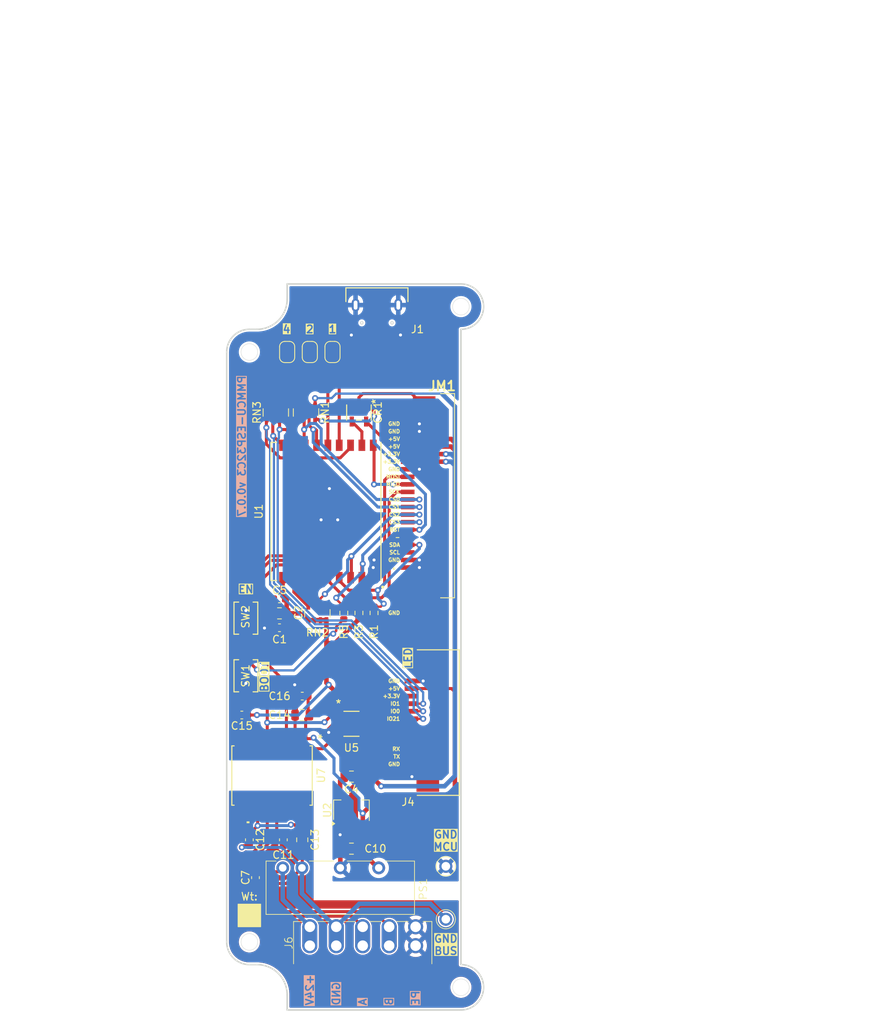
<source format=kicad_pcb>
(kicad_pcb (version 20241229) (generator "pcbnew") (generator_version "9.0")
  (title_block (title "${article} v${version}"))
  (layers (0 "F.Cu" signal) (2 "B.Cu" signal) (13 "F.Paste" user) (15 "B.Paste" user) (5 "F.SilkS" user "F.Silkscreen") (7 "B.SilkS" user "B.Silkscreen") (1 "F.Mask" user) (3 "B.Mask" user) (25 "Edge.Cuts" user))
  (property "article" "PMMCU-ESP32C3")
  (property "version" "0.0.7")
  (net 0 "")
  (net 1 "/EN")
  (net 3 "/USB_D+")
  (net 4 "/USB_D-")
  (net 5 "GND_MCU")
  (net 6 "+3.3V_MCU")
  (net 7 "/MOSI_SDA_MCU")
  (net 8 "/CS3_MCU")
  (net 9 "/MISO_MCU")
  (net 10 "/CS0_MCU")
  (net 11 "/CS2_MCU")
  (net 12 "/SCK_SCL_MCU")
  (net 13 "/CS1_MCU")
  (net 14 "GND_BUS")
  (net 15 "+24V_BUS")
  (net 16 "PE")
  (net 17 "Net-(R5-Pad1)")
  (net 19 "+5V_MCU")
  (net 20 "Net-(J4-Pin_3)")
  (net 21 "Net-(J4-Pin_2)")
  (net 28 "/LED1")
  (net 29 "/LED2")
  (net 30 "/LED0")
  (net 33 "/RST")
  (net 34 "+5V_BUS")
  (net 36 "/CANH_BUS")
  (net 37 "/CANL_BUS")
  (net 38 "/CAN_RX")
  (net 39 "/CAN_TX")
  (net 43 "/WDT")
  (net 44 "Net-(JP1-A)")
  (net 45 "Net-(JP2-A)")
  (net 46 "Net-(JP3-A)")
  (footprint "Capacitor_SMD:C_0603_1608Metric" (layer "F.Cu") (at 56 106.5 180)
    (property "Reference" "C16")
    (property "Value" "100nF")
  )
  (footprint "kicad_inventree_lib:SW_TS-1088_XNP-M" (layer "F.Cu") (at 48.54 96.19 -90)
    (property "Reference" "SW2")
    (property "Value" "Button")
  )
  (footprint "kicad_inventree_lib:ESP32-C3-WROOM-02U_EXP" (layer "F.Cu") (at 59.14 82.08 90)
    (property "Reference" "U1")
    (property "Value" "ESP32-C3-WROOM-02U-N4")
  )
  (footprint "Capacitor_SMD:C_0603_1608Metric" (layer "F.Cu") (at 52.985 97.46 180)
    (property "Reference" "C1")
    (property "Value" "1uF")
  )
  (footprint "Package_TO_SOT_SMD:SOT-89-3" (layer "F.Cu") (at 62.51 121.59 90)
    (property "Reference" "U2")
    (property "Value" "CJA1117B-3.3")
  )
  (footprint "kicad_inventree_lib:AFA07S20FCA00" (layer "F.Cu") (at 73.5 80 90)
    (property "Reference" "JM1")
    (property "Value" "AFA07-S20FCC-00" (hide yes))
  )
  (footprint "Capacitor_SMD:C_0805_2012Metric" (layer "F.Cu") (at 56 125.5 -90)
    (property "Reference" "C13")
    (property "Value" "10uF")
  )
  (footprint "kicad_inventree_lib:CONN5_H83-S1S_XKB" (layer "F.Cu") (at 67.18 57.6518 180)
    (property "Reference" "J1")
    (property "Value" "U254-051T-4BH83-S1S")
    (fp_circle (center 3.299972 0.504008) (end 3.469972 0.504008) (stroke (width 0.1)) (fill no) (layer "Edge.Cuts"))
    (fp_circle (center -0.700028 0.504008) (end -0.530028 0.504008) (stroke (width 0.1)) (fill no) (layer "Edge.Cuts"))
  )
  (footprint "Capacitor_SMD:C_0603_1608Metric" (layer "F.Cu") (at 52.985 93.65 180)
    (property "Reference" "C5")
    (property "Value" "1uF")
  )
  (footprint "Resistor_SMD:R_Array_Convex_4x0603" (layer "F.Cu") (at 58 95.555 90)
    (property "Reference" "RN2")
    (property "Value" "10k")
  )
  (footprint "Capacitor_SMD:C_0805_2012Metric" (layer "F.Cu") (at 62.51 126.67 180)
    (property "Reference" "C10")
    (property "Value" "10uF")
  )
  (footprint "kicad_inventree_lib:CONN10_AFA07-S12_JUS" (layer "F.Cu") (at 74 110 90)
    (property "Reference" "J4")
    (property "Value" "AFA07-S12FCC-00")
  )
  (footprint "kicad_inventree_lib:MountingHole_M2" (layer "F.Cu") (at 49 139)
    (property "Reference" "H2" (hide yes))
    (property "Value" "MountingHole_M2")
    (fp_circle (center 0 0) (end 1.1 0) (stroke (width 0.05)) (fill no) (layer "Edge.Cuts"))
  )
  (footprint "Capacitor_SMD:C_0805_2012Metric" (layer "F.Cu") (at 56 109 180)
    (property "Reference" "C14")
    (property "Value" "10uF")
  )
  (footprint "Capacitor_SMD:C_0603_1608Metric" (layer "F.Cu") (at 49 125.5 -90)
    (property "Reference" "C12")
    (property "Value" "1uF")
  )
  (footprint "kicad_inventree_lib:15EDGRHC-THR-3.5-10P" (layer "F.Cu") (at 64 137)
    (property "Reference" "J6")
    (property "Value" "15EDGRHC-THR-3.5-10P")
  )
  (footprint "kicad_inventree_lib:SolderJumper-2_P1.3mm_Open_RoundedPad1.0x1.5mm" (layer "F.Cu") (at 54 61 90)
    (property "Reference" "JP1" (hide yes))
    (property "Value" "SolderJumper_2_Open")
  )
  (footprint "Resistor_SMD:R_0603_1608Metric" (layer "F.Cu") (at 63.5 95.5 90)
    (property "Reference" "R3")
    (property "Value" "3k3")
  )
  (footprint "kicad_inventree_lib:SolderJumper-2_P1.3mm_Open_RoundedPad1.0x1.5mm" (layer "F.Cu") (at 57 61 90)
    (property "Reference" "JP2" (hide yes))
    (property "Value" "SolderJumper_2_Open")
  )
  (footprint "kicad_inventree_lib:DBV6-M" (layer "F.Cu") (at 62.51 110.16)
    (property "Reference" "U5")
    (property "Value" "SN74LVC2G14DBVR")
  )
  (footprint "kicad_inventree_lib:SOIC16-WBW_CLG-M" (layer "F.Cu") (at 52 117 -90)
    (property "Reference" "U7")
    (property "Value" "CA-IS3062VW")
  )
  (footprint "Capacitor_SMD:C_0603_1608Metric" (layer "F.Cu") (at 53.5 125.5 -90)
    (property "Reference" "C11")
    (property "Value" "100nF")
  )
  (footprint "kicad_inventree_lib:MountingHole_M2" (layer "F.Cu") (at 77 145)
    (property "Reference" "H4" (hide yes))
    (property "Value" "MountingHole_M2")
    (fp_circle (center 0 0) (end 1.1 0) (stroke (width 0.05)) (fill no) (layer "Edge.Cuts"))
  )
  (footprint "Capacitor_SMD:C_0603_1608Metric" (layer "F.Cu") (at 48 109 180)
    (property "Reference" "C15")
    (property "Value" "1uF")
  )
  (footprint "kicad_inventree_lib:5117" (layer "F.Cu") (at 75 136)
    (property "Reference" "U4" (hide yes))
    (property "Value" "5117" (hide yes))
  )
  (footprint "Resistor_SMD:R_0603_1608Metric" (layer "F.Cu") (at 65.5 95.5 90)
    (property "Reference" "R1")
    (property "Value" "3k3")
  )
  (footprint "Capacitor_SMD:C_0805_2012Metric" (layer "F.Cu") (at 62.51 117.145 180)
    (property "Reference" "C4")
    (property "Value" "22uF")
  )
  (footprint "Capacitor_SMD:C_0805_2012Metric" (layer "F.Cu") (at 52.985 95.555 180)
    (property "Reference" "C2")
    (property "Value" "10uF")
  )
  (footprint "kicad_inventree_lib:SW_TS-1088_XNP-M" (layer "F.Cu") (at 48.54 103.81 90)
    (property "Reference" "SW1")
    (property "Value" "Button")
  )
  (footprint "kicad_inventree_lib:B2405LS-1WR3" (layer "F.Cu") (at 61.0368 129.21)
    (property "Reference" "PS1")
    (property "Value" "24V/5V")
  )
  (footprint "Resistor_SMD:R_0603_1608Metric" (layer "F.Cu") (at 61.5 95.5 90)
    (property "Reference" "R5")
    (property "Value" "330R")
  )
  (footprint "Resistor_SMD:R_Array_Convex_4x0603" (layer "F.Cu") (at 52.5 69 -90)
    (property "Reference" "RN3")
    (property "Value" "10k")
  )
  (footprint "kicad_inventree_lib:SOT23-5L_STM" (layer "F.Cu") (at 63.5 69 -90)
    (property "Reference" "CR1")
    (property "Value" "STWD100NYWY3F")
  )
  (footprint "kicad_inventree_lib:MountingHole_M2" (layer "F.Cu") (at 77 55)
    (property "Reference" "H3" (hide yes))
    (property "Value" "MountingHole_M2")
    (fp_circle (center 0 0) (end 1.1 0) (stroke (width 0.05)) (fill no) (layer "Edge.Cuts"))
  )
  (footprint "Resistor_SMD:R_Array_Convex_4x0603" (layer "F.Cu") (at 56.5 69 -90)
    (property "Reference" "RN1")
    (property "Value" "10k")
  )
  (footprint "kicad_inventree_lib:MountingHole_M2" (layer "F.Cu") (at 49 61)
    (property "Reference" "H1" (hide yes))
    (property "Value" "MountingHole_M2")
    (fp_circle (center 0 0) (end 1.1 0) (stroke (width 0.05)) (fill no) (layer "Edge.Cuts"))
  )
  (footprint "Capacitor_SMD:C_0603_1608Metric" (layer "F.Cu") (at 49.81 130.5 -90)
    (property "Reference" "C7")
    (property "Value" "1uF")
  )
  (footprint "kicad_inventree_lib:SolderJumper-2_P1.3mm_Open_RoundedPad1.0x1.5mm" (layer "F.Cu") (at 60 61 90)
    (property "Reference" "JP3" (hide yes))
    (property "Value" "SolderJumper_2_Open")
  )
  (footprint "kicad_inventree_lib:5117" (layer "F.Cu") (at 75 129)
    (property "Reference" "U3" (hide yes))
    (property "Value" "5117" (hide yes))
  )
  (gr_rect (start 47.5 134) (end 50.5 137) (stroke (width 0.1)) (fill yes) (layer "F.SilkS"))
  (gr_arc (start 49 142) (mid 46.87868 141.12132) (end 46 139) (stroke (width 0.2)) (layer "Edge.Cuts"))
  (gr_arc (start 54 54) (mid 52.828427 56.828427) (end 50 58) (stroke (width 0.2)) (layer "Edge.Cuts"))
  (gr_line (start 54 148) (end 54 146) (stroke (width 0.2)) (layer "Edge.Cuts"))
  (gr_line (start 50 58) (end 49 58) (stroke (width 0.2)) (layer "Edge.Cuts"))
  (gr_line (start 50 142) (end 49 142) (stroke (width 0.2)) (layer "Edge.Cuts"))
  (gr_arc (start 46 61) (mid 46.87868 58.87868) (end 49 58) (stroke (width 0.2)) (layer "Edge.Cuts"))
  (gr_arc (start 50 142) (mid 52.828427 143.171573) (end 54 146) (stroke (width 0.2)) (layer "Edge.Cuts"))
  (gr_line (start 54 52) (end 54 54) (stroke (width 0.2)) (layer "Edge.Cuts"))
  (gr_line (start 77 142) (end 77 58) (stroke (width 0.2)) (layer "Edge.Cuts"))
  (gr_arc (start 77 142) (mid 80 145) (end 77 148) (stroke (width 0.2)) (layer "Edge.Cuts"))
  (gr_line (start 46 61) (end 46 139) (stroke (width 0.2)) (layer "Edge.Cuts"))
  (gr_line (start 77 52) (end 54 52) (stroke (width 0.2)) (layer "Edge.Cuts"))
  (gr_line (start 77 148) (end 54 148) (stroke (width 0.2)) (layer "Edge.Cuts"))
  (gr_arc (start 77 52) (mid 80 55) (end 77 58) (stroke (width 0.2)) (layer "Edge.Cuts"))
  (gr_text "CS3" (at 69 83.5 0) (layer "F.SilkS") (effects (font (size 0.5 0.5) (thickness 0.125) (bold yes)) (justify right)))
  (gr_text "SCK" (at 69 79.5 0) (layer "F.SilkS") (effects (font (size 0.5 0.5) (thickness 0.125) (bold yes)) (justify right)))
  (gr_text "GND" (at 69 104.5 0) (layer "F.SilkS") (effects (font (size 0.5 0.5) (thickness 0.125) (bold yes)) (justify right)))
  (gr_text "+5V" (at 69 73.5 0) (layer "F.SilkS") (effects (font (size 0.5 0.5) (thickness 0.125) (bold yes)) (justify right)))
  (gr_text "Wt:" (at 49 133 0) (layer "F.SilkS") (effects (font (size 1 1))))
  (gr_text "IO0" (at 69 108.5 0) (layer "F.SilkS") (effects (font (size 0.5 0.5) (thickness 0.125) (bold yes)) (justify right)))
  (gr_text "+3.3V" (at 69 106.5 0) (layer "F.SilkS") (effects (font (size 0.5 0.5) (thickness 0.125) (bold yes)) (justify right)))
  (gr_text "LED" (at 70 100 90) (layer "F.SilkS" knockout) (effects (font (size 1 1) (thickness 0.2) (bold yes)) (justify right)))
  (gr_text "EN" (at 48.54 92.38 0) (layer "F.SilkS" knockout) (effects (font (size 1 1) (thickness 0.2) (bold yes))))
  (gr_text "TX" (at 69 114.5 0) (layer "F.SilkS") (effects (font (size 0.5 0.5) (thickness 0.125) (bold yes)) (justify right)))
  (gr_text "+3.3V" (at 69 75.5 0) (layer "F.SilkS") (effects (font (size 0.5 0.5) (thickness 0.125) (bold yes)) (justify right)))
  (gr_text "BOOT" (at 51 104 90) (layer "F.SilkS" knockout) (effects (font (size 1 1) (thickness 0.2) (bold yes))))
  (gr_text "GND" (at 69 71.5 0) (layer "F.SilkS") (effects (font (size 0.5 0.5) (thickness 0.125) (bold yes)) (justify right)))
  (gr_text "CS2" (at 69 82.5 0) (layer "F.SilkS") (effects (font (size 0.5 0.5) (thickness 0.125) (bold yes)) (justify right)))
  (gr_text "RST" (at 69 84.5 0) (layer "F.SilkS") (effects (font (size 0.5 0.5) (thickness 0.125) (bold yes)) (justify right)))
  (gr_text "GND\nMCU" (at 75 127 0) (layer "F.SilkS" knockout) (effects (font (size 1 1) (thickness 0.2)) (justify bottom)))
  (gr_text "IO21" (at 69 109.5 0) (layer "F.SilkS") (effects (font (size 0.5 0.5) (thickness 0.125) (bold yes)) (justify right)))
  (gr_text "4" (at 53.92 58 0) (layer "F.SilkS" knockout) (effects (font (size 1 1) (thickness 0.2) (bold yes))))
  (gr_text "GND" (at 69 95.5 0) (layer "F.SilkS") (effects (font (size 0.5 0.5) (thickness 0.125) (bold yes)) (justify right)))
  (gr_text "SDA" (at 69 86.5 0) (layer "F.SilkS") (effects (font (size 0.5 0.5) (thickness 0.125) (bold yes)) (justify right)))
  (gr_text "+3.3V" (at 69 74.5 0) (layer "F.SilkS") (effects (font (size 0.5 0.5) (thickness 0.125) (bold yes)) (justify right)))
  (gr_text "GND" (at 69 70.5 0) (layer "F.SilkS") (effects (font (size 0.5 0.5) (thickness 0.125) (bold yes)) (justify right)))
  (gr_text "2" (at 57 58 0) (layer "F.SilkS" knockout) (effects (font (size 1 1) (thickness 0.2) (bold yes))))
  (gr_text "MISO" (at 69 78.5 0) (layer "F.SilkS") (effects (font (size 0.5 0.5) (thickness 0.125) (bold yes)) (justify right)))
  (gr_text "GND\nBUS" (at 75 138 0) (layer "F.SilkS" knockout) (effects (font (size 1 1) (thickness 0.2)) (justify top)))
  (gr_text "MOSI" (at 69 77.5 0) (layer "F.SilkS") (effects (font (size 0.5 0.5) (thickness 0.125) (bold yes)) (justify right)))
  (gr_text "IO1" (at 69 107.5 0) (layer "F.SilkS") (effects (font (size 0.5 0.5) (thickness 0.125) (bold yes)) (justify right)))
  (gr_text "SCL" (at 69 87.5 0) (layer "F.SilkS") (effects (font (size 0.5 0.5) (thickness 0.125) (bold yes)) (justify right)))
  (gr_text "GND" (at 69 88.5 0) (layer "F.SilkS") (effects (font (size 0.5 0.5) (thickness 0.125) (bold yes)) (justify right)))
  (gr_text "+5V" (at 69 105.5 0) (layer "F.SilkS") (effects (font (size 0.5 0.5) (thickness 0.125) (bold yes)) (justify right)))
  (gr_text "CS0" (at 69 80.5 0) (layer "F.SilkS") (effects (font (size 0.5 0.5) (thickness 0.125) (bold yes)) (justify right)))
  (gr_text "GND" (at 69 115.5 0) (layer "F.SilkS") (effects (font (size 0.5 0.5) (thickness 0.125) (bold yes)) (justify right)))
  (gr_text "CS1" (at 69 81.5 0) (layer "F.SilkS") (effects (font (size 0.5 0.5) (thickness 0.125) (bold yes)) (justify right)))
  (gr_text "+5V" (at 69 72.5 0) (layer "F.SilkS") (effects (font (size 0.5 0.5) (thickness 0.125) (bold yes)) (justify right)))
  (gr_text "GND" (at 69 76.5 0) (layer "F.SilkS") (effects (font (size 0.5 0.5) (thickness 0.125) (bold yes)) (justify right)))
  (gr_text "RX" (at 69 113.5 0) (layer "F.SilkS") (effects (font (size 0.5 0.5) (thickness 0.125) (bold yes)) (justify right)))
  (gr_text "-" (at 69 85.5 0) (layer "F.SilkS") (effects (font (size 0.5 0.5) (thickness 0.125) (bold yes)) (justify right)))
  (gr_text "1" (at 60 58 0) (layer "F.SilkS" knockout) (effects (font (size 1 1) (thickness 0.2) (bold yes))))
  (gr_text "B" (at 67.5 147.5 90) (layer "B.SilkS" knockout) (effects (font (size 1 1) (thickness 0.2) (bold yes)) (justify right mirror)))
  (gr_text "PE" (at 71 147.5 90) (layer "B.SilkS" knockout) (effects (font (size 1 1) (thickness 0.2) (bold yes)) (justify right mirror)))
  (gr_text "${article} v${version}" (at 48 64 90) (layer "B.SilkS" knockout) (effects (font (size 1 1) (thickness 0.2) (bold yes)) (justify left mirror)))
  (gr_text "GND" (at 60.5 147.5 90) (layer "B.SilkS" knockout) (effects (font (size 1 1) (thickness 0.2) (bold yes)) (justify right mirror)))
  (gr_text "+24V" (at 57 147.5 90) (layer "B.SilkS" knockout) (effects (font (size 1 1) (thickness 0.2) (bold yes)) (justify right mirror)))
  (gr_text "A" (at 64 147.5 90) (layer "B.SilkS" knockout) (effects (font (size 1 1) (thickness 0.2) (bold yes)) (justify right mirror)))
  (segment (start 50 91.75) (end 50 97.016) (width 0.4) (layer "F.Cu") (net 1))
  (segment (start 50 97.016) (end 48.54 98.476) (width 0.4) (layer "F.Cu") (net 1))
  (segment (start 54.890001 91.1348) (end 54.890001 90.83) (width 0.2) (layer "F.Cu") (net 1))
  (segment (start 54.152 89.152) (end 52.598 89.152) (width 0.4) (layer "F.Cu") (net 1))
  (segment (start 54.890001 92.745001) (end 54.890001 90.83) (width 0.4) (layer "F.Cu") (net 1))
  (segment (start 52.598 89.152) (end 50 91.75) (width 0.4) (layer "F.Cu") (net 1))
  (segment (start 54.890001 90.83) (end 54.890001 89.890001) (width 0.4) (layer "F.Cu") (net 1))
  (segment (start 54.890001 89.890001) (end 54.152 89.152) (width 0.4) (layer "F.Cu") (net 1))
  (segment (start 53.76 97.46) (end 52.744 98.476) (width 0.4) (layer "F.Cu") (net 1))
  (segment (start 56.8 94.655) (end 54.890001 92.745001) (width 0.4) (layer "F.Cu") (net 1))
  (segment (start 52.744 98.476) (end 48.54 98.476) (width 0.4) (layer "F.Cu") (net 1))
  (segment (start 59.39 73.33) (end 59.39 65.39315) (width 0.4) (layer "F.Cu") (net 3))
  (segment (start 65.880028 58.903122) (end 65.880028 57.672908) (width 0.4) (layer "F.Cu") (net 3))
  (segment (start 59.39 65.39315) (end 65.880028 58.903122) (width 0.4) (layer "F.Cu") (net 3))
  (segment (start 66.530014 57.672908) (end 66.530014 59.469986) (width 0.4) (layer "F.Cu") (net 4))
  (segment (start 60.89 65.11) (end 60.89 73.33) (width 0.4) (layer "F.Cu") (net 4))
  (segment (start 66.530014 59.469986) (end 60.89 65.11) (width 0.4) (layer "F.Cu") (net 4))
  (segment (start 59.59 81.12) (end 59.59 80.02) (width 0.4) (layer "F.Cu") (net 5))
  (segment (start 61.01 124.83) (end 61.01 123.54) (width 0.6) (layer "F.Cu") (net 5))
  (segment (start 48.54 106.096) (end 48.54 107.685) (width 0.4) (layer "F.Cu") (net 5))
  (segment (start 52.21 97.46) (end 51.04 97.46) (width 0.2) (layer "F.Cu") (net 5))
  (segment (start 60.13 110.16) (end 61.04315 110.16) (width 0.4) (layer "F.Cu") (net 5))
  (segment (start 65.5 89.39) (end 65.39 89.5) (width 0.4) (layer "F.Cu") (net 5))
  (segment (start 64.580056 57.472908) (end 64.580056 57.672908) (width 0.4) (layer "F.Cu") (net 5))
  (segment (start 59.5 111.3) (end 59.5 110.79) (width 0.4) (layer "F.Cu") (net 5))
  (segment (start 70.5119 117.152) (end 70.5119 115.567892) (width 0.6) (layer "F.Cu") (net 5))
  (segment (start 55.05 109) (end 55.05 111.9982) (width 0.4) (layer "F.Cu") (net 5))
  (segment (start 61.01 117.695) (end 61.01 123.54) (width 0.6) (layer "F.Cu") (net 5))
  (segment (start 59.5 110.79) (end 60.13 110.16) (width 0.4) (layer "F.Cu") (net 5))
  (segment (start 61.56 128.6868) (end 61.0368 129.21) (width 0.2) (layer "F.Cu") (net 5))
  (segment (start 55 105) (end 55 105.775) (width 0.4) (layer "F.Cu") (net 5))
  (segment (start 61.0368 127.1932) (end 61.56 126.67) (width 0.6) (layer "F.Cu") (net 5))
  (segment (start 65.39 89.5) (end 65.39 90.83) (width 0.4) (layer "F.Cu") (net 5))
  (segment (start 72 104.5) (end 72 102.763998) (width 0.6) (layer "F.Cu") (net 5))
  (segment (start 60.69 83.1897) (end 60.69 82.22) (width 0.4) (layer "F.Cu") (net 5))
  (segment (start 72 104.5) (end 71.999992 104.500008) (width 0.6) (layer "F.Cu") (net 5))
  (segment (start 58.49 83.1898) (end 58.49 82.22) (width 0.4) (layer "F.Cu") (net 5))
  (segment (start 48.54 95.1876) (end 48.54 93.904) (width 0.2) (layer "F.Cu") (net 5))
  (segment (start 51.04 97.46) (end 51 97.5) (width 0.2) (layer "F.Cu") (net 5))
  (segment (start 64.35311 57.899854) (end 62.780031 57.899854) (width 0.4) (layer "F.Cu") (net 5))
  (segment (start 63.5 67.8062) (end 63.5 67.014401) (width 0.4) (layer "F.Cu") (net 5))
  (segment (start 71.999992 104.500008) (end 70.444 104.500008) (width 0.6) (layer "F.Cu") (net 5))
  (segment (start 69 58.75) (end 69 57.279846) (width 0.6) (layer "F.Cu") (net 5))
  (segment (start 70.475 66.5) (end 72.125 68.15) (width 0.4) (layer "F.Cu") (net 5))
  (segment (start 58.49 82.22) (end 58.49 81.12) (width 0.4) (layer "F.Cu") (net 5))
  (segment (start 61.735 117.285) (end 61.735 117.145) (width 0.2) (layer "F.Cu") (net 5))
  (segment (start 69.954 71.5) (end 71.5 71.5) (width 0.6) (layer "F.Cu") (net 5))
  (segment (start 71.5 68.775) (end 72.125 68.15) (width 0.6) (layer "F.Cu") (net 5))
  (segment (start 60.69 81.12) (end 60.69 80.02) (width 0.4) (layer "F.Cu") (net 5))
  (segment (start 70.5119 115.567892) (end 70.444 115.499992) (width 0.6) (layer "F.Cu") (net 5))
  (segment (start 55.225 107) (end 55.225 108.825) (width 0.4) (layer "F.Cu") (net 5))
  (segment (start 52.21 93.65) (end 52.21 95.38) (width 0.3) (layer "F.Cu") (net 5))
  (segment (start 71.5 89.5) (end 71.5 91.225) (width 0.6) (layer "F.Cu") (net 5))
  (segment (start 55.225 108.825) (end 55.05 109) (width 0.4) (layer "F.Cu") (net 5))
  (segment (start 55 105.775) (end 55.225 106) (width 0.4) (layer "F.Cu") (net 5))
  (segment (start 57 60.35) (end 54 60.35) (width 0.4) (layer "F.Cu") (net 5))
  (segment (start 71.5 70.5) (end 71.5 68.775) (width 0.6) (layer "F.Cu") (net 5))
  (segment (start 69.954 70.5) (end 71.5 70.5) (width 0.6) (layer "F.Cu") (net 5))
  (segment (start 65.5 88.5) (end 65.5 89.39) (width 0.4) (layer "F.Cu") (net 5))
  (segment (start 61.56 117.145) (end 61.01 117.695) (width 0.6) (layer "F.Cu") (net 5))
  (segment (start 55.05 111.9982) (end 55.175 112.1232) (width 0.4) (layer "F.Cu") (net 5))
  (segment (start 48.54 104.812) (end 48.54 106.096) (width 0.4) (layer "F.Cu") (net 5))
  (segment (start 68.705029 56.595717) (end 68.705029 54.797792) (width 0.4) (layer "F.Cu") (net 5))
  (segment (start 52.035 95.555) (end 52.035 97.285) (width 0.3) (layer "F.Cu") (net 5))
  (segment (start 62.5 58.7579) (end 62.780031 58.477869) (width 0.6) (layer "F.Cu") (net 5))
  (segment (start 47.225 111.7932) (end 47.555 112.1232) (width 0.4) (layer "F.Cu") (net 5))
  (segment (start 60 60.35) (end 57 60.35) (width 0.4) (layer "F.Cu") (net 5))
  (segment (start 61.0368 129.21) (end 61.0368 127.1932) (width 0.6) (layer "F.Cu") (net 5))
  (segment (start 69.954 88.5) (end 71.5 88.5) (width 0.6) (layer "F.Cu") (net 5))
  (segment (start 61.5921 58.7579) (end 60 60.35) (width 0.4) (layer "F.Cu") (net 5))
  (segment (start 64.580056 57.672908) (end 64.35311 57.899854) (width 0.4) (layer "F.Cu") (net 5))
  (segment (start 59.59 80.02) (end 59.59 79.0624) (width 0.4) (layer "F.Cu") (net 5))
  (segment (start 62.5 58.7579) (end 61.5921 58.7579) (width 0.4) (layer "F.Cu") (net 5))
  (segment (start 63.055027 56.59769) (end 62.552967 57.09975) (width 0.4) (layer "F.Cu") (net 5))
  (segment (start 61.56 126.67) (end 61.56 125.38) (width 0.6) (layer "F.Cu") (net 5))
  (segment (start 70.5119 117.152) (end 71.915998 117.152) (width 0.6) (layer "F.Cu") (net 5))
  (segment (start 69.194579 57.085267) (end 68.705029 56.595717) (width 0.4) (layer "F.Cu") (net 5))
  (segment (start 69.954 76.5) (end 71.5 76.5) (width 0.6) (layer "F.Cu") (net 5))
  (segment (start 59.59 82.22) (end 59.59 81.12) (width 0.4) (layer "F.Cu") (net 5))
  (segment (start 69 57.279846) (end 69.194579 57.085267) (width 0.6) (layer "F.Cu") (net 5))
  (segment (start 47.225 109) (end 47.225 111.7932) (width 0.4) (layer "F.Cu") (net 5))
  (segment (start 71.5 91.225) (end 72.125 91.85) (width 0.6) (layer "F.Cu") (net 5))
  (segment (start 52.035 97.285) (end 52.21 97.46) (width 0.3) (layer "F.Cu") (net 5))
  (segment (start 52.21 95.38) (end 52.035 95.555) (width 0.3) (layer "F.Cu") (net 5))
  (segment (start 62.780031 58.477869) (end 62.780031 57.885379) (width 0.6) (layer "F.Cu") (net 5))
  (segment (start 72 92.499997) (end 71.999999 92.499998) (width 0.3) (layer "F.Cu") (net 5))
  (segment (start 58.49 81.12) (end 58.49 80.02) (width 0.4) (layer "F.Cu") (net 5))
  (segment (start 60.69 82.22) (end 60.69 81.12) (width 0.4) (layer "F.Cu") (net 5))
  (segment (start 71.915998 117.152) (end 72.614001 117.850003) (width 0.6) (layer "F.Cu") (net 5))
  (segment (start 64.014401 66.5) (end 70.475 66.5) (width 0.4) (layer "F.Cu") (net 5))
  (segment (start 61.56 125.38) (end 61.01 124.83) (width 0.6) (layer "F.Cu") (net 5))
  (segment (start 48.54 107.685) (end 47.225 109) (width 0.4) (layer "F.Cu") (net 5))
  (segment (start 55.225 106) (end 55.225 107) (width 0.4) (layer "F.Cu") (net 5))
  (segment (start 72 102.763998) (end 72.614001 102.149997) (width 0.6) (layer "F.Cu") (net 5))
  (segment (start 69.954 89.5) (end 71.5 89.5) (width 0.6) (layer "F.Cu") (net 5))
  (segment (start 63.055027 54.797792) (end 63.055027 56.59769) (width 0.4) (layer "F.Cu") (net 5))
  (segment (start 63.5 67.014401) (end 64.014401 66.5) (width 0.4) (layer "F.Cu") (net 5))
  (via (at 71.5 70.5) (size 0.8) (drill 0.4) (layers "F.Cu" "B.Cu") (net 5))
  (via (at 65.5 88.5) (size 0.8) (drill 0.4) (layers "F.Cu" "B.Cu") (net 5))
  (via (at 51 97.5) (size 0.8) (drill 0.4) (layers "F.Cu" "B.Cu") (net 5))
  (via (at 59.59 79.0624) (size 0.8) (drill 0.4) (layers "F.Cu" "B.Cu") (net 5))
  (via (at 72 104.5) (size 0.8) (drill 0.4) (layers "F.Cu" "B.Cu") (net 5))
  (via (at 48.54 104.812) (size 0.8) (drill 0.4) (layers "F.Cu" "B.Cu") (net 5))
  (via (at 71.5 71.5) (size 0.8) (drill 0.4) (layers "F.Cu" "B.Cu") (net 5))
  (via (at 60.69 83.1897) (size 0.8) (drill 0.4) (layers "F.Cu" "B.Cu") (net 5))
  (via (at 61.01 124.83) (size 0.8) (drill 0.4) (layers "F.Cu" "B.Cu") (net 5))
  (via (at 48.54 95.1876) (size 0.8) (drill 0.4) (layers "F.Cu" "B.Cu") (net 5))
  (via (at 71.5 88.5) (size 0.8) (drill 0.4) (layers "F.Cu" "B.Cu") (net 5))
  (via (at 65.39 89.5) (size 0.8) (drill 0.4) (layers "F.Cu" "B.Cu") (net 5))
  (via (at 71.5 89.5) (size 0.8) (drill 0.4) (layers "F.Cu" "B.Cu") (net 5))
  (via (at 62.5 58.7579) (size 0.8) (drill 0.4) (layers "F.Cu" "B.Cu") (net 5))
  (via (at 58.49 83.1898) (size 0.8) (drill 0.4) (layers "F.Cu" "B.Cu") (net 5))
  (via (at 69 58.75) (size 0.8) (drill 0.4) (layers "F.Cu" "B.Cu") (net 5))
  (via (at 59.5 111.3) (size 0.8) (drill 0.4) (layers "F.Cu" "B.Cu") (net 5))
  (via (at 70.5119 117.152) (size 0.8) (drill 0.4) (layers "F.Cu" "B.Cu") (net 5))
  (via (at 55 105) (size 0.8) (drill 0.4) (layers "F.Cu" "B.Cu") (net 5))
  (via (at 71.5 76.5) (size 0.8) (drill 0.4) (layers "F.Cu" "B.Cu") (net 5))
  (segment (start 70.444 106.500004) (end 64.241234 106.500004) (width 0.4) (layer "F.Cu") (net 6))
  (segment (start 62.84 110.16) (end 62.6 110.4) (width 0.4) (layer "F.Cu") (net 6))
  (segment (start 59.2 96.455) (end 59.2 99.5) (width 0.6) (layer "F.Cu") (net 6))
  (segment (start 64.241234 106.500004) (end 62.6 108.141238) (width 0.4) (layer "F.Cu") (net 6))
  (segment (start 53.935 93.825) (end 53.76 93.65) (width 0.6) (layer "F.Cu") (net 6))
  (segment (start 68.756201 74.5) (end 69.954 74.5) (width 0.4) (layer "F.Cu") (net 6))
  (segment (start 57.7 67.1) (end 57.7 68.1) (width 0.4) (layer "F.Cu") (net 6))
  (segment (start 48.775 109) (end 48.775 112.0732) (width 0.4) (layer "F.Cu") (net 6))
  (segment (start 60.325 99.5) (end 59.2 99.5) (width 0.6) (layer "F.Cu") (net 6))
  (segment (start 53.935 95.555) (end 53.935 93.825) (width 0.6) (layer "F.Cu") (net 6))
  (segment (start 64.450001 70.1938) (end 68.756201 74.5) (width 0.4) (layer "F.Cu") (net 6))
  (segment (start 69.954 75.5) (end 75 75.5) (width 0.6) (layer "F.Cu") (net 6))
  (segment (start 69.954 74.5) (end 75 74.5) (width 0.6) (layer "F.Cu") (net 6))
  (segment (start 62.6 110.4) (end 62.6 108.141238) (width 0.6) (layer "F.Cu") (net 6))
  (segment (start 53.935 95.555) (end 55.9 95.555) (width 0.6) (layer "F.Cu") (net 6))
  (segment (start 63.46 117.145) (end 65.177 117.145) (width 0.6) (layer "F.Cu") (net 6))
  (segment (start 53.76 93.65) (end 53.390002 93.280002) (width 0.6) (layer "F.Cu") (net 6))
  (segment (start 63.285 117.145) (end 62.6 116.46) (width 0.6) (layer "F.Cu") (net 6))
  (segment (start 62.6 116.46) (end 62.6 110.4) (width 0.6) (layer "F.Cu") (net 6))
  (segment (start 55.3 68.1) (end 57.7 68.1) (width 0.4) (layer "F.Cu") (net 6))
  (segment (start 63.285 117.145) (end 63.0347 116.895) (width 0.3) (layer "F.Cu") (net 6))
  (segment (start 53.390002 93.280002) (end 53.390002 90.83) (width 0.6) (layer "F.Cu") (net 6))
  (segment (start 62.6 108.141238) (end 61.189508 106.730746) (width 0.6) (layer "F.Cu") (net 6))
  (segment (start 48.775 109) (end 50 109) (width 0.4) (layer "F.Cu") (net 6))
  (segment (start 63.5 96.325) (end 60.325 99.5) (width 0.6) (layer "F.Cu") (net 6))
  (segment (start 56.8 96.455) (end 59.2 96.455) (width 0.6) (layer "F.Cu") (net 6))
  (segment (start 63.97685 110.16) (end 62.84 110.16) (width 0.4) (layer "F.Cu") (net 6))
  (segment (start 59.2 104.741238) (end 61.148762 106.69) (width 0.6) (layer "F.Cu") (net 6))
  (segment (start 48.775 112.0732) (end 48.825 112.1232) (width 0.4) (layer "F.Cu") (net 6))
  (segment (start 65.177 117.145) (end 66.447 118.415) (width 0.6) (layer "F.Cu") (net 6))
  (segment (start 62.51 123.4525) (end 62.51 118.725793) (width 0.6) (layer "F.Cu") (net 6))
  (segment (start 59.2 99.5) (end 59.2 104.741238) (width 0.6) (layer "F.Cu") (net 6))
  (segment (start 55.9 95.555) (end 56.8 96.455) (width 0.6) (layer "F.Cu") (net 6))
  (segment (start 62.51 118.725793) (end 63.285 117.950793) (width 0.6) (layer "F.Cu") (net 6))
  (segment (start 65.5 96.325) (end 63.5 96.325) (width 0.6) (layer "F.Cu") (net 6))
  (segment (start 63.285 117.950793) (end 63.285 117.145) (width 0.6) (layer "F.Cu") (net 6))
  (segment (start 62.51 123.452) (end 62.51 123.4525) (width 0.3) (layer "F.Cu") (net 6))
  (via (at 57.7 67.1) (size 0.8) (drill 0.4) (layers "F.Cu" "B.Cu") (net 6))
  (via (at 59.5 105) (size 0.8) (drill 0.4) (layers "F.Cu" "B.Cu") (net 6))
  (via (at 66.447 118.415) (size 0.8) (drill 0.4) (layers "F.Cu" "B.Cu") (net 6))
  (via (at 75 75.5) (size 0.8) (drill 0.4) (layers "F.Cu" "B.Cu") (net 6))
  (via (at 50 109) (size 0.8) (drill 0.4) (layers "F.Cu" "B.Cu") (net 6))
  (via (at 75 74.5) (size 0.8) (drill 0.4) (layers "F.Cu" "B.Cu") (net 6))
  (segment (start 71.999996 66.5) (end 74.476 66.5) (width 0.3) (layer "B.Cu") (net 6))
  (segment (start 76.2 75) (end 76.2 68.224) (width 0.6) (layer "B.Cu") (net 6))
  (segment (start 75 75.5) (end 75.7 75.5) (width 0.6) (layer "B.Cu") (net 6))
  (segment (start 75 74.5) (end 75.7 74.5) (width 0.6) (layer "B.Cu") (net 6))
  (segment (start 55.5 109) (end 59.5 105) (width 0.4) (layer "B.Cu") (net 6))
  (segment (start 75.7 75.5) (end 76.2 76) (width 0.6) (layer "B.Cu") (net 6))
  (segment (start 76.2 117.044) (end 76.2 86.738) (width 0.6) (layer "B.Cu") (net 6))
  (segment (start 66.447 118.415) (end 74.829 118.415) (width 0.6) (layer "B.Cu") (net 6))
  (segment (start 76.2 68.224) (end 74.588 66.612) (width 0.6) (layer "B.Cu") (net 6))
  (segment (start 71.999996 66.5) (end 60.5 66.5) (width 0.3) (layer "B.Cu") (net 6))
  (segment (start 50 109) (end 55.5 109) (width 0.4) (layer "B.Cu") (net 6))
  (segment (start 74.476 66.5) (end 74.575 66.599) (width 0.3) (layer "B.Cu") (net 6))
  (segment (start 74.588 66.612) (end 74.575 66.599) (width 0.6) (layer "B.Cu") (net 6))
  (segment (start 76.2 76) (end 76.2 75) (width 0.6) (layer "B.Cu") (net 6))
  (segment (start 76.2 86.738) (end 76.2 76) (width 0.6) (layer "B.Cu") (net 6))
  (segment (start 74.829 118.415) (end 76.2 117.044) (width 0.6) (layer "B.Cu") (net 6))
  (segment (start 60.5 66.5) (end 59.9 67.1) (width 0.3) (layer "B.Cu") (net 6))
  (segment (start 75.7 74.5) (end 76.2 75) (width 0.6) (layer "B.Cu") (net 6))
  (segment (start 59.9 67.1) (end 57.7 67.1) (width 0.3) (layer "B.Cu") (net 6))
  (segment (start 60.89 91.225798) (end 60.89 90.83) (width 0.4) (layer "F.Cu") (net 7))
  (segment (start 67.3393 77.5) (end 66.899 77.9403) (width 0.4) (layer "F.Cu") (net 7))
  (segment (start 66.781038 94.281037) (end 66.781037 94.281037) (width 0.3) (layer "F.Cu") (net 7))
  (segment (start 66 92.499998) (end 62.1642 92.499998) (width 0.4) (layer "F.Cu") (net 7))
  (segment (start 66.781037 94.281037) (end 66.387074 94.675) (width 0.3) (layer "F.Cu") (net 7))
  (segment (start 69.954 77.5) (end 67.3393 77.5) (width 0.4) (layer "F.Cu") (net 7))
  (segment (start 62.1642 92.499998) (end 60.89 91.225798) (width 0.4) (layer "F.Cu") (net 7))
  (segment (start 66.387074 94.675) (end 65.5 94.675) (width 0.3) (layer "F.Cu") (net 7))
  (segment (start 66.899 77.9403) (end 66.899 91.601) (width 0.4) (layer "F.Cu") (net 7))
  (segment (start 66.899 91.601) (end 66 92.499998) (width 0.4) (layer "F.Cu") (net 7))
  (segment (start 71.5 86.5) (end 69.954 86.5) (width 0.3) (layer "F.Cu") (net 7))
  (via (at 66 92.499998) (size 0.8) (drill 0.4) (layers "F.Cu" "B.Cu") (net 7))
  (via (at 71.5 86.5) (size 0.8) (drill 0.4) (layers "F.Cu" "B.Cu") (net 7))
  (via (at 66.781037 94.281037) (size 0.8) (drill 0.4) (layers "F.Cu" "B.Cu") (net 7))
  (segment (start 71.5 87) (end 66.000002 92.499998) (width 0.4) (layer "B.Cu") (net 7))
  (segment (start 66.718962 94.281037) (end 66 93.562075) (width 0.4) (layer "B.Cu") (net 7))
  (segment (start 66.000002 92.499998) (end 66 92.499998) (width 0.4) (layer "B.Cu") (net 7))
  (segment (start 66 93.562075) (end 66 92.499998) (width 0.4) (layer "B.Cu") (net 7))
  (segment (start 71.5 86.5) (end 71.5 87) (width 0.4) (layer "B.Cu") (net 7))
  (segment (start 66.781037 94.281037) (end 66.718962 94.281037) (width 0.4) (layer "B.Cu") (net 7))
  (segment (start 63.890001 90.83) (end 63.890001 89.109999) (width 0.4) (layer "F.Cu") (net 8))
  (segment (start 60.5 93.675) (end 61.5 94.675) (width 0.3) (layer "F.Cu") (net 8))
  (segment (start 59.2 94.655) (end 61.48 94.655) (width 0.3) (layer "F.Cu") (net 8))
  (segment (start 61.48 94.655) (end 61.5 94.675) (width 0.3) (layer "F.Cu") (net 8))
  (segment (start 60.5 93.5) (end 60.5 93.675) (width 0.3) (layer "F.Cu") (net 8))
  (segment (start 69.954 83.5) (end 71.5 83.5) (width 0.3) (layer "F.Cu") (net 8))
  (segment (start 63.890001 89.109999) (end 64 89) (width 0.4) (layer "F.Cu") (net 8))
  (via (at 60.5 93.5) (size 0.8) (drill 0.4) (layers "F.Cu" "B.Cu") (net 8))
  (via (at 71.5 83.5) (size 0.8) (drill 0.4) (layers "F.Cu" "B.Cu") (net 8))
  (via (at 64 89) (size 0.8) (drill 0.4) (layers "F.Cu" "B.Cu") (net 8))
  (segment (start 68.35426 83.5) (end 64 87.85426) (width 0.4) (layer "B.Cu") (net 8))
  (segment (start 64 87.85426) (end 64 89) (width 0.4) (layer "B.Cu") (net 8))
  (segment (start 64 90) (end 60.5 93.5) (width 0.4) (layer "B.Cu") (net 8))
  (segment (start 64 89) (end 64 90) (width 0.4) (layer "B.Cu") (net 8))
  (segment (start 71.5 83.5) (end 68.35426 83.5) (width 0.4) (layer "B.Cu") (net 8))
  (segment (start 65.5 73.440002) (end 65.389998 73.33) (width 0.4) (layer "F.Cu") (net 9))
  (segment (start 65.5 78.5) (end 65.5 73.440002) (width 0.4) (layer "F.Cu") (net 9))
  (segment (start 68 78.5) (end 69.954 78.5) (width 0.4) (layer "F.Cu") (net 9))
  (segment (start 69.80404 78.64996) (end 69.954 78.5) (width 0.3) (layer "F.Cu") (net 9))
  (via (at 65.5 78.5) (size 0.8) (drill 0.4) (layers "F.Cu" "B.Cu") (net 9))
  (via (at 68 78.5) (size 0.8) (drill 0.4) (layers "F.Cu" "B.Cu") (net 9))
  (segment (start 68 78.5) (end 65.5 78.5) (width 0.4) (layer "B.Cu") (net 9))
  (segment (start 56.25 71.25) (end 56.25 70.05) (width 0.4) (layer "F.Cu") (net 10))
  (segment (start 56.389998 73.33) (end 56.25 73.190002) (width 0.3) (layer "F.Cu") (net 10))
  (segment (start 56.25 73.190002) (end 56.25 71.052) (width 0.4) (layer "F.Cu") (net 10))
  (segment (start 56.25 70.05) (end 56.1 69.9) (width 0.4) (layer "F.Cu") (net 10))
  (segment (start 71.5 80.5) (end 69.954 80.5) (width 0.3) (layer "F.Cu") (net 10))
  (via (at 56.25 71.25) (size 0.8) (drill 0.4) (layers "F.Cu" "B.Cu") (net 10))
  (via (at 71.5 80.5) (size 0.8) (drill 0.4) (layers "F.Cu" "B.Cu") (net 10))
  (segment (start 58.5 73.150058) (end 58.5 71.167214) (width 0.4) (layer "B.Cu") (net 10))
  (segment (start 57.051 70.449) (end 56.25 71.25) (width 0.4) (layer "B.Cu") (net 10))
  (segment (start 71.5 80.5) (end 65.849942 80.5) (width 0.4) (layer "B.Cu") (net 10))
  (segment (start 58.5 71.167214) (end 57.781786 70.449) (width 0.4) (layer "B.Cu") (net 10))
  (segment (start 65.849942 80.5) (end 58.5 73.150058) (width 0.4) (layer "B.Cu") (net 10))
  (segment (start 57.781786 70.449) (end 57.051 70.449) (width 0.4) (layer "B.Cu") (net 10))
  (segment (start 58.4 93.6) (end 59 93) (width 0.3) (layer "F.Cu") (net 11))
  (segment (start 62.5 88) (end 62.5 90.720002) (width 0.4) (layer "F.Cu") (net 11))
  (segment (start 71.5 82.5) (end 69.954 82.5) (width 0.3) (layer "F.Cu") (net 11))
  (segment (start 62.5 90.720002) (end 62.390002 90.83) (width 0.4) (layer "F.Cu") (net 11))
  (segment (start 58.4 94.655) (end 58.4 93.6) (width 0.3) (layer "F.Cu") (net 11))
  (via (at 62.5 88) (size 0.8) (drill 0.4) (layers "F.Cu" "B.Cu") (net 11))
  (via (at 71.5 82.5) (size 0.8) (drill 0.4) (layers "F.Cu" "B.Cu") (net 11))
  (via (at 59 93) (size 0.8) (drill 0.4) (layers "F.Cu" "B.Cu") (net 11))
  (segment (start 71.5 82.5) (end 68 82.5) (width 0.4) (layer "B.Cu") (net 11))
  (segment (start 62 90) (end 59 93) (width 0.4) (layer "B.Cu") (net 11))
  (segment (start 62.5 88) (end 62 88.5) (width 0.4) (layer "B.Cu") (net 11))
  (segment (start 62 88.5) (end 62 90) (width 0.4) (layer "B.Cu") (net 11))
  (segment (start 68 82.5) (end 62.5 88) (width 0.4) (layer "B.Cu") (net 11))
  (segment (start 67.5 80.5) (end 67.5 88.5) (width 0.4) (layer "F.Cu") (net 12))
  (segment (start 61.6642 93.5) (end 63.5 93.5) (width 0.4) (layer "F.Cu") (net 12))
  (segment (start 66.5 93.5) (end 67.5 92.5) (width 0.4) (layer "F.Cu") (net 12))
  (segment (start 59.39 90.83) (end 59.39 91.2258) (width 0.4) (layer "F.Cu") (net 12))
  (segment (start 69.954 87.5) (end 68.5 87.5) (width 0.4) (layer "F.Cu") (net 12))
  (segment (start 59.39 91.2258) (end 61.6642 93.5) (width 0.4) (layer "F.Cu") (net 12))
  (segment (start 69.954 79.5) (end 68.5 79.5) (width 0.4) (layer "F.Cu") (net 12))
  (segment (start 68.5 87.5) (end 67.5 88.5) (width 0.4) (layer "F.Cu") (net 12))
  (segment (start 63.5 93.5) (end 66.5 93.5) (width 0.4) (layer "F.Cu") (net 12))
  (segment (start 68.5 79.5) (end 67.5 80.5) (width 0.4) (layer "F.Cu") (net 12))
  (segment (start 67.5 92.5) (end 67.5 88.5) (width 0.4) (layer "F.Cu") (net 12))
  (segment (start 62.325 93.5) (end 63.5 94.675) (width 0.4) (layer "F.Cu") (net 12))
  (segment (start 57.89 71.36) (end 57.89 73.33) (width 0.4) (layer "F.Cu") (net 13))
  (segment (start 57.45 71.25) (end 56.9 70.7) (width 0.4) (layer "F.Cu") (net 13))
  (segment (start 57.78 71.25) (end 57.89 71.36) (width 0.4) (layer "F.Cu") (net 13))
  (segment (start 56.9 70.7) (end 56.9 69.9) (width 0.4) (layer "F.Cu") (net 13))
  (segment (start 57.45 71.25) (end 57.78 71.25) (width 0.4) (layer "F.Cu") (net 13))
  (segment (start 71.5 81.5) (end 69.954 81.5) (width 0.3) (layer "F.Cu") (net 13))
  (via (at 71.5 81.5) (size 0.8) (drill 0.4) (layers "F.Cu" "B.Cu") (net 13))
  (via (at 57.45 71.25) (size 0.8) (drill 0.4) (layers "F.Cu" "B.Cu") (net 13))
  (segment (start 57.45 72.95) (end 66 81.5) (width 0.4) (layer "B.Cu") (net 13))
  (segment (start 57.45 71.25) (end 57.45 72.95) (width 0.4) (layer "B.Cu") (net 13))
  (segment (start 66 81.5) (end 71.5 81.5) (width 0.4) (layer "B.Cu") (net 13))
  (segment (start 48.124 122.5778) (end 48.124 125.399) (width 0.4) (layer "F.Cu") (net 14))
  (segment (start 53.8918 131.275) (end 49.81 131.275) (width 0.4) (layer "F.Cu") (net 14))
  (segment (start 48.825 121.8768) (end 48.825 121.1764) (width 0.4) (layer "F.Cu") (net 14))
  (segment (start 55.825 126.275) (end 56 126.45) (width 0.4) (layer "F.Cu") (net 14))
  (segment (start 49.4527 120.5487) (end 54.5473 120.5487) (width 0.4) (layer "F.Cu") (net 14))
  (segment (start 48.124 125.399) (end 49 126.275) (width 0.4) (layer "F.Cu") (net 14))
  (segment (start 53.5 126.275) (end 55.825 126.275) (width 0.4) (layer "F.Cu") (net 14))
  (segment (start 48.825 121.1764) (end 49.4527 120.5487) (width 0.4) (layer "F.Cu") (net 14))
  (segment (start 49 126.275) (end 48.225 126.275) (width 0.4) (layer "F.Cu") (net 14))
  (segment (start 55.9568 129.21) (end 53.8918 131.275) (width 0.4) (layer "F.Cu") (net 14))
  (segment (start 54.5473 120.5487) (end 55.175 121.1764) (width 0.4) (layer "F.Cu") (net 14))
  (segment (start 55.175 121.1764) (end 55.175 121.8768) (width 0.4) (layer "F.Cu") (net 14))
  (segment (start 47.555 121.8768) (end 48.825 121.8768) (width 0.4) (layer "F.Cu") (net 14))
  (segment (start 56 129.1668) (end 55.9568 129.21) (width 0.4) (layer "F.Cu") (net 14))
  (segment (start 48.825 121.8768) (end 48.124 122.5778) (width 0.4) (layer "F.Cu") (net 14))
  (segment (start 60.5 137) (end 60.5 139.5) (width 2) (layer "F.Cu") (net 14))
  (segment (start 48.225 126.275) (end 48 126.5) (width 0.4) (layer "F.Cu") (net 14))
  (segment (start 56 126.45) (end 56 129.1668) (width 0.4) (layer "F.Cu") (net 14))
  (via (at 48 126.5) (size 0.8) (drill 0.4) (layers "F.Cu" "B.Cu") (net 14))
  (segment (start 72.956 133.956) (end 63.544 133.956) (width 0.6) (layer "B.Cu") (net 14))
  (segment (start 60.5 137) (end 60.2809 137) (width 0.2) (layer "B.Cu") (net 14))
  (segment (start 48 126.5) (end 53.2468 126.5) (width 0.4) (layer "B.Cu") (net 14))
  (segment (start 63.544 133.956) (end 60.5 137) (width 0.6) (layer "B.Cu") (net 14))
  (segment (start 60.5 137) (end 60.5 139.5) (width 2) (layer "B.Cu") (net 14))
  (segment (start 60.350736 137) (end 55.9568 132.606064) (width 0.6) (layer "B.Cu") (net 14))
  (segment (start 55.9568 132.606064) (end 55.9568 129.21) (width 0.6) (layer "B.Cu") (net 14))
  (segment (start 60.5 137) (end 60.350736 137) (width 0.6) (layer "B.Cu") (net 14))
  (segment (start 53.2468 126.5) (end 55.9568 129.21) (width 0.4) (layer "B.Cu") (net 14))
  (segment (start 75 136) (end 72.956 133.956) (width 0.6) (layer "B.Cu") (net 14))
  (segment (start 49.81 129.725) (end 52.9018 129.725) (width 0.4) (layer "F.Cu") (net 15))
  (segment (start 52.9018 129.725) (end 53.4168 129.21) (width 0.4) (layer "F.Cu") (net 15))
  (segment (start 53.27 129.35) (end 53.41 129.21) (width 0.3) (layer "F.Cu") (net 15))
  (segment (start 57 137) (end 57 139.5) (width 2) (layer "F.Cu") (net 15))
  (segment (start 57 137) (end 57 139.5) (width 2) (layer "B.Cu") (net 15))
  (segment (start 53.4168 133.4168) (end 53.4168 129.21) (width 0.6) (layer "B.Cu") (net 15))
  (segment (start 57 137) (end 53.4168 133.4168) (width 0.6) (layer "B.Cu") (net 15))
  (segment (start 48.54 101.54) (end 48.54 101.524) (width 0.4) (layer "F.Cu") (net 17))
  (segment (start 60.5 97.85) (end 60.5 97.325) (width 0.3) (layer "F.Cu") (net 17))
  (segment (start 50 103) (end 48.54 101.54) (width 0.4) (layer "F.Cu") (net 17))
  (segment (start 60.5 97.325) (end 61.5 96.325) (width 0.3) (layer "F.Cu") (net 17))
  (segment (start 60.1 98.25) (end 60.5 97.85) (width 0.3) (layer "F.Cu") (net 17))
  (via (at 50 103) (size 0.8) (drill 0.4) (layers "F.Cu" "B.Cu") (net 17))
  (via (at 60.1 98.25) (size 0.8) (drill 0.4) (layers "F.Cu" "B.Cu") (net 17))
  (segment (start 59.75 98.25) (end 60.1 98.25) (width 0.3) (layer "B.Cu") (net 17))
  (segment (start 54.902 103.098) (end 59.75 98.25) (width 0.3) (layer "B.Cu") (net 17))
  (segment (start 50 103) (end 50.098 103.098) (width 0.3) (layer "B.Cu") (net 17))
  (segment (start 50.098 103.098) (end 54.902 103.098) (width 0.3) (layer "B.Cu") (net 17))
  (segment (start 75.750006 105.500006) (end 70.444 105.500006) (width 0.4) (layer "F.Cu") (net 19))
  (segment (start 66 129.21) (end 63.46 126.67) (width 0.6) (layer "F.Cu") (net 19))
  (segment (start 76.2 118.8) (end 75 120) (width 0.6) (layer "F.Cu") (net 19))
  (segment (start 57.3768 112.1232) (end 57.5 112) (width 0.4) (layer "F.Cu") (net 19))
  (segment (start 64.01 121.992942) (end 65.001471 121.001471) (width 0.6) (layer "F.Cu") (net 19))
  (segment (start 66.1168 129.21) (end 66 129.21) (width 0.6) (layer "F.Cu") (net 19))
  (segment (start 76.2 73.5) (end 76.2 74) (width 0.6) (layer "F.Cu") (net 19))
  (segment (start 56.445 109.505) (end 56.95 109) (width 0.4) (layer "F.Cu") (net 19))
  (segment (start 65.001471 121.001471) (end 65.620471 120.382471) (width 0.6) (layer "F.Cu") (net 19))
  (segment (start 70.229006 105.715) (end 70.444 105.500006) (width 0.2) (layer "F.Cu") (net 19))
  (segment (start 56.775 106.5) (end 56.775 108.825) (width 0.4) (layer "F.Cu") (net 19))
  (segment (start 76.2 86.2) (end 76.2 105.95) (width 0.6) (layer "F.Cu") (net 19))
  (segment (start 69.954 72.5) (end 75.7 72.5) (width 0.6) (layer "F.Cu") (net 19))
  (segment (start 64.01 123.54) (end 64.01 123.852) (width 0.3) (layer "F.Cu") (net 19))
  (segment (start 75.7 73.5) (end 76.2 74) (width 0.6) (layer "F.Cu") (net 19))
  (segment (start 69.954 73.5) (end 75.7 73.5) (width 0.6) (layer "F.Cu") (net 19))
  (segment (start 63.5768 126.67) (end 63.46 126.67) (width 0.3) (layer "F.Cu") (net 19))
  (segment (start 76.2 73) (end 76.2 73.5) (width 0.6) (layer "F.Cu") (net 19))
  (segment (start 75 120) (end 66.002942 120) (width 0.6) (layer "F.Cu") (net 19))
  (segment (start 75.7 72.5) (end 76.2 73) (width 0.6) (layer "F.Cu") (net 19))
  (segment (start 64.01 123.54) (end 64.01 121.992942) (width 0.6) (layer "F.Cu") (net 19))
  (segment (start 64.01 126.12) (end 63.46 126.67) (width 0.6) (layer "F.Cu") (net 19))
  (segment (start 64.01 123.54) (end 64.01 126.12) (width 0.6) (layer "F.Cu") (net 19))
  (segment (start 66.002942 120) (end 65.620471 120.382471) (width 0.6) (layer "F.Cu") (net 19))
  (segment (start 76.2 105.95) (end 76.2 118.8) (width 0.6) (layer "F.Cu") (net 19))
  (segment (start 56.775 108.825) (end 56.95 109) (width 0.4) (layer "F.Cu") (net 19))
  (segment (start 76.2 74) (end 76.2 86.2) (width 0.6) (layer "F.Cu") (net 19))
  (segment (start 56.445 112.1232) (end 57.3768 112.1232) (width 0.4) (layer "F.Cu") (net 19))
  (segment (start 56.445 112.1232) (end 56.445 109.505) (width 0.4) (layer "F.Cu") (net 19))
  (segment (start 76 105.75) (end 75.750006 105.500006) (width 0.4) (layer "F.Cu") (net 19))
  (via (at 57.5 112) (size 0.8) (drill 0.4) (layers "F.Cu" "B.Cu") (net 19))
  (via (at 64 122) (size 0.8) (drill 0.4) (layers "F.Cu" "B.Cu") (net 19))
  (segment (start 64 122) (end 63.5 121.5) (width 0.4) (layer "B.Cu") (net 19))
  (segment (start 63.5 120) (end 60.201 116.701) (width 0.4) (layer "B.Cu") (net 19))
  (segment (start 60.201 116.701) (end 60.201 114.701) (width 0.4) (layer "B.Cu") (net 19))
  (segment (start 63.5 121.5) (end 63.5 120) (width 0.4) (layer "B.Cu") (net 19))
  (segment (start 60.201 114.701) (end 57.5 112) (width 0.4) (layer "B.Cu") (net 19))
  (segment (start 68.849938 113.499996) (end 70.444 113.499996) (width 0.4) (layer "F.Cu") (net 20))
  (segment (start 64.559941 109.209999) (end 68.849938 113.499996) (width 0.4) (layer "F.Cu") (net 20))
  (segment (start 63.97685 109.209999) (end 64.559941 109.209999) (width 0.4) (layer "F.Cu") (net 20))
  (segment (start 68.999994 114.499994) (end 70.444 114.499994) (width 0.4) (layer "F.Cu") (net 21))
  (segment (start 65.610001 111.110001) (end 68.999994 114.499994) (width 0.4) (layer "F.Cu") (net 21))
  (segment (start 63.97685 111.110001) (end 65.610001 111.110001) (width 0.4) (layer "F.Cu") (net 21))
  (segment (start 53.389999 73.33) (end 52.154999 72.095001) (width 0.4) (layer "F.Cu") (net 28))
  (segment (start 52.1 72.040001) (end 52.1 69.9) (width 0.4) (layer "F.Cu") (net 28))
  (segment (start 52.154999 72.095001) (end 52.1 72.040001) (width 0.3) (layer "F.Cu") (net 28))
  (segment (start 72 108.5) (end 70.444 108.5) (width 0.3) (layer "F.Cu") (net 28))
  (via (at 72 108.5) (size 0.8) (drill 0.4) (layers "F.Cu" "B.Cu") (net 28))
  (via (at 52.154999 72.095001) (size 0.8) (drill 0.4) (layers "F.Cu" "B.Cu") (net 28))
  (segment (start 71.249 105.957518) (end 62.289477 96.998) (width 0.3) (layer "B.Cu") (net 28))
  (segment (start 71.249 107.811072) (end 71.249 105.957518) (width 0.3) (layer "B.Cu") (net 28))
  (segment (start 57.70652 96.998) (end 52.25 91.54148) (width 0.3) (layer "B.Cu") (net 28))
  (segment (start 52.25 72.190002) (end 52.154999 72.095001) (width 0.3) (layer "B.Cu") (net 28))
  (segment (start 72 108.5) (end 71.937928 108.5) (width 0.3) (layer "B.Cu") (net 28))
  (segment (start 71.937928 108.5) (end 71.249 107.811072) (width 0.3) (layer "B.Cu") (net 28))
  (segment (start 52.25 91.54148) (end 52.25 72.190002) (width 0.3) (layer "B.Cu") (net 28))
  (segment (start 62.289477 96.998) (end 57.70652 96.998) (width 0.3) (layer "B.Cu") (net 28))
  (segment (start 53.064199 75) (end 51.25 73.185801) (width 0.4) (layer "F.Cu") (net 29))
  (segment (start 51.25 73.185801) (end 51.25 71) (width 0.4) (layer "F.Cu") (net 29))
  (segment (start 62.389999 73.6348) (end 61.024799 75) (width 0.4) (layer "F.Cu") (net 29))
  (segment (start 62.389999 73.33) (end 62.389999 73.6348) (width 0.4) (layer "F.Cu") (net 29))
  (segment (start 51.25 69.95) (end 51.3 69.9) (width 0.3) (layer "F.Cu") (net 29))
  (segment (start 51.25 71) (end 51.25 69.95) (width 0.4) (layer "F.Cu") (net 29))
  (segment (start 61.024799 75) (end 53.064199 75) (width 0.4) (layer "F.Cu") (net 29))
  (segment (start 70.444 109.5) (end 72 109.5) (width 0.3) (layer "F.Cu") (net 29))
  (via (at 72 109.5) (size 0.8) (drill 0.4) (layers "F.Cu" "B.Cu") (net 29))
  (via (at 51.25 71) (size 0.8) (drill 0.4) (layers "F.Cu" "B.Cu") (net 29))
  (segment (start 51.749 91.749) (end 51.749 72.751077) (width 0.3) (layer "B.Cu") (net 29))
  (segment (start 62.081957 97.499) (end 57.499 97.499) (width 0.3) (layer "B.Cu") (net 29))
  (segment (start 57.499 97.499) (end 51.749 91.749) (width 0.3) (layer "B.Cu") (net 29))
  (segment (start 71.937925 109.5) (end 70.748 108.310075) (width 0.3) (layer "B.Cu") (net 29))
  (segment (start 51.25 72.252077) (end 51.25 71) (width 0.3) (layer "B.Cu") (net 29))
  (segment (start 51.749 72.751077) (end 51.25 72.252077) (width 0.3) (layer "B.Cu") (net 29))
  (segment (start 72 109.5) (end 71.937925 109.5) (width 0.3) (layer "B.Cu") (net 29))
  (segment (start 70.748 108.310075) (end 70.748 106.16504) (width 0.3) (layer "B.Cu") (net 29))
  (segment (start 70.748 106.16504) (end 62.081957 97.499) (width 0.3) (layer "B.Cu") (net 29))
  (segment (start 72 107.499997) (end 71.999995 107.500002) (width 0.3) (layer "F.Cu") (net 30))
  (segment (start 53 71.25) (end 53 70.401) (width 0.4) (layer "F.Cu") (net 30))
  (segment (start 52.9 70.301) (end 52.9 69.9) (width 0.4) (layer "F.Cu") (net 30))
  (segment (start 53.849 71.25) (end 54.889999 72.290999) (width 0.4) (layer "F.Cu") (net 30))
  (segment (start 53 71.25) (end 53.849 71.25) (width 0.4) (layer "F.Cu") (net 30))
  (segment (start 53 70.401) (end 52.9 70.301) (width 0.4) (layer "F.Cu") (net 30))
  (segment (start 71.999995 107.500002) (end 70.444 107.500002) (width 0.3) (layer "F.Cu") (net 30))
  (segment (start 54.889999 72.290999) (end 54.889999 73.33) (width 0.4) (layer "F.Cu") (net 30))
  (via (at 53 71.25) (size 0.8) (drill 0.4) (layers "F.Cu" "B.Cu") (net 30))
  (via (at 72 107.499997) (size 0.8) (drill 0.4) (layers "F.Cu" "B.Cu") (net 30))
  (segment (start 62.497 96.497) (end 57.91404 96.497) (width 0.3) (layer "B.Cu") (net 30))
  (segment (start 72 106) (end 62.497 96.497) (width 0.3) (layer "B.Cu") (net 30))
  (segment (start 72 107.499997) (end 72 106) (width 0.3) (layer "B.Cu") (net 30))
  (segment (start 52.751 91.33396) (end 52.751 72.561075) (width 0.3) (layer "B.Cu") (net 30))
  (segment (start 52.751 72.561075) (end 52.905999 72.406076) (width 0.3) (layer "B.Cu") (net 30))
  (segment (start 52.905999 71.344001) (end 53 71.25) (width 0.3) (layer "B.Cu") (net 30))
  (segment (start 52.905999 72.406076) (end 52.905999 71.344001) (width 0.3) (layer "B.Cu") (net 30))
  (segment (start 57.91404 96.497) (end 52.751 91.33396) (width 0.3) (layer "B.Cu") (net 30))
  (segment (start 58.1 69.9) (end 57.7 69.9) (width 0.4) (layer "F.Cu") (net 33))
  (segment (start 65.5 69.5) (end 65.5 68.856199) (width 0.4) (layer "F.Cu") (net 33))
  (segment (start 71.5 84.5) (end 69.954 84.5) (width 0.4) (layer "F.Cu") (net 33))
  (segment (start 58.325844 70.125844) (end 58.1 69.9) (width 0.4) (layer "F.Cu") (net 33))
  (segment (start 65.5 68.856199) (end 64.450001 67.8062) (width 0.4) (layer "F.Cu") (net 33))
  (segment (start 58.59 70.125844) (end 58.325844 70.125844) (width 0.4) (layer "F.Cu") (net 33))
  (via (at 58.59 70.125844) (size 0.8) (drill 0.4) (layers "F.Cu" "B.Cu") (net 33))
  (via (at 65.5 69.5) (size 0.8) (drill 0.4) (layers "F.Cu" "B.Cu") (net 33))
  (via (at 71.5 84.5) (size 0.8) (drill 0.4) (layers "F.Cu" "B.Cu") (net 33))
  (segment (start 65.5 69.5) (end 65.5 73) (width 0.4) (layer "B.Cu") (net 33))
  (segment (start 72.301 79.801) (end 72.301 83.831786) (width 0.4) (layer "B.Cu") (net 33))
  (segment (start 72.301 83.831786) (end 71.632786 84.5) (width 0.4) (layer "B.Cu") (net 33))
  (segment (start 71.632786 84.5) (end 71.5 84.5) (width 0.4) (layer "B.Cu") (net 33))
  (segment (start 65.5 73) (end 72.301 79.801) (width 0.4) (layer "B.Cu") (net 33))
  (segment (start 65.5 69.5) (end 64.874156 70.125844) (width 0.4) (layer "B.Cu") (net 33))
  (segment (start 64.874156 70.125844) (end 58.59 70.125844) (width 0.4) (layer "B.Cu") (net 33))
  (segment (start 50.095 123.63) (end 49 124.725) (width 0.4) (layer "F.Cu") (net 34))
  (segment (start 53.5 124.725) (end 55.825 124.725) (width 0.4) (layer "F.Cu") (net 34))
  (segment (start 55.825 124.725) (end 56 124.55) (width 0.4) (layer "F.Cu") (net 34))
  (segment (start 54.5 123.5) (end 54.95 123.5) (width 0.4) (layer "F.Cu") (net 34))
  (segment (start 56.445 124.105) (end 56 124.55) (width 0.4) (layer "F.Cu") (net 34))
  (segment (start 56.445 121.8768) (end 56.445 124.105) (width 0.4) (layer "F.Cu") (net 34))
  (segment (start 54.95 123.5) (end 56 124.55) (width 0.4) (layer "F.Cu") (net 34))
  (segment (start 50.095 121.8768) (end 50.095 123.63) (width 0.4) (layer "F.Cu") (net 34))
  (via (at 54.5 123.5) (size 0.8) (drill 0.4) (layers "F.Cu" "B.Cu") (net 34))
  (via (at 50.095 123.63) (size 0.8) (drill 0.4) (layers "F.Cu" "B.Cu") (net 34))
  (segment (start 50.095 123.63) (end 54.37 123.63) (width 0.4) (layer "B.Cu") (net 34))
  (segment (start 54.37 123.63) (end 54.5 123.5) (width 0.4) (layer "B.Cu") (net 34))
  (segment (start 51.498 134.998) (end 48.5 132) (width 0.4) (layer "F.Cu") (net 36))
  (segment (start 48.5 132) (end 48.5 129) (width 0.4) (layer "F.Cu") (net 36))
  (segment (start 67.5 137) (end 65.498 134.998) (width 0.4) (layer "F.Cu") (net 36))
  (segment (start 52.624 121.8878) (end 52.635 121.8768) (width 0.4) (layer "F.Cu") (net 36))
  (segment (start 65.498 134.998) (end 51.498 134.998) (width 0.4) (layer "F.Cu") (net 36))
  (segment (start 52.624 124.876) (end 52.624 121.8878) (width 0.4) (layer "F.Cu") (net 36))
  (segment (start 67.5 137) (end 67.5 139.5) (width 2) (layer "F.Cu") (net 36))
  (segment (start 48.5 129) (end 52.624 124.876) (width 0.4) (layer "F.Cu") (net 36))
  (segment (start 67.5 137) (end 67.5 139.5) (width 2) (layer "B.Cu") (net 36))
  (segment (start 64 137) (end 62.599 135.599) (width 0.4) (layer "F.Cu") (net 37))
  (segment (start 47.899 128.751058) (end 51.365 125.285058) (width 0.4) (layer "F.Cu") (net 37))
  (segment (start 62.599 135.599) (end 51.249058 135.599) (width 0.4) (layer "F.Cu") (net 37))
  (segment (start 47.899 132.248942) (end 47.899 128.751058) (width 0.4) (layer "F.Cu") (net 37))
  (segment (start 51.249058 135.599) (end 47.899 132.248942) (width 0.4) (layer "F.Cu") (net 37))
  (segment (start 64 137) (end 64 139.5) (width 2) (layer "F.Cu") (net 37))
  (segment (start 51.365 125.285058) (end 51.365 121.8768) (width 0.4) (layer "F.Cu") (net 37))
  (segment (start 64 137) (end 64 139.5) (width 2) (layer "B.Cu") (net 37))
  (segment (start 59.680806 109.209999) (end 61.04315 109.209999) (width 0.4) (layer "F.Cu") (net 38))
  (segment (start 57.89 90) (end 57.89 90.83) (width 0.4) (layer "F.Cu") (net 38))
  (segment (start 55.84 87.95) (end 57.89 90) (width 0.4) (layer "F.Cu") (net 38))
  (segment (start 46.501 101.629114) (end 46.501 92.995658) (width 0.4) (layer "F.Cu") (net 38))
  (segment (start 46.501 92.995658) (end 51.546658 87.95) (width 0.4) (layer "F.Cu") (net 38))
  (segment (start 51.546658 87.95) (end 55.84 87.95) (width 0.4) (layer "F.Cu") (net 38))
  (segment (start 51.365 106.493114) (end 46.501 101.629114) (width 0.4) (layer "F.Cu") (net 38))
  (segment (start 58.942529 109.948276) (end 59.680806 109.209999) (width 0.4) (layer "F.Cu") (net 38))
  (segment (start 51.365 110) (end 51.365 106.493114) (width 0.4) (layer "F.Cu") (net 38))
  (segment (start 51.365 112.1232) (end 51.365 110) (width 0.4) (layer "F.Cu") (net 38))
  (via (at 51.365 110) (size 0.8) (drill 0.4) (layers "F.Cu" "B.Cu") (net 38))
  (via (at 58.942529 109.948276) (size 0.8) (drill 0.4) (layers "F.Cu" "B.Cu") (net 38))
  (segment (start 58.890805 110) (end 58.942529 109.948276) (width 0.4) (layer "B.Cu") (net 38))
  (segment (start 51.365 110) (end 58.890805 110) (width 0.4) (layer "B.Cu") (net 38))
  (segment (start 56.390001 90.390001) (end 56.390001 90.83) (width 0.4) (layer "F.Cu") (net 39))
  (segment (start 53.905 112.1232) (end 53.905 104.7916) (width 0.4) (layer "F.Cu") (net 39))
  (segment (start 51.7956 88.551) (end 54.551 88.551) (width 0.4) (layer "F.Cu") (net 39))
  (segment (start 54.5327 113.4513) (end 58.701851 113.4513) (width 0.4) (layer "F.Cu") (net 39))
  (segment (start 47.102 93.2446) (end 51.7956 88.551) (width 0.4) (layer "F.Cu") (net 39))
  (segment (start 48 100) (end 47.102 99.102) (width 0.4) (layer "F.Cu") (net 39))
  (segment (start 53.905 104.7916) (end 49.1134 100) (width 0.4) (layer "F.Cu") (net 39))
  (segment (start 58.701851 113.4513) (end 61.04315 111.110001) (width 0.4) (layer "F.Cu") (net 39))
  (segment (start 49.1134 100) (end 48 100) (width 0.4) (layer "F.Cu") (net 39))
  (segment (start 47.102 99.102) (end 47.102 93.2446) (width 0.4) (layer "F.Cu") (net 39))
  (segment (start 53.905 112.1232) (end 53.905 112.8236) (width 0.4) (layer "F.Cu") (net 39))
  (segment (start 54.551 88.551) (end 56.390001 90.390001) (width 0.4) (layer "F.Cu") (net 39))
  (segment (start 53.905 112.8236) (end 54.5327 113.4513) (width 0.4) (layer "F.Cu") (net 39))
  (segment (start 62.549999 70.1938) (end 63.889999 71.5338) (width 0.4) (layer "F.Cu") (net 43))
  (segment (start 63.889999 73.860001) (end 63.889999 73.33) (width 0.3) (layer "F.Cu") (net 43))
  (segment (start 63.889999 71.5338) (end 63.889999 73.33) (width 0.4) (layer "F.Cu") (net 43))
  (segment (start 51.3 68.1) (end 51.3 64.35) (width 0.4) (layer "F.Cu") (net 44))
  (segment (start 51.3 64.35) (end 54 61.65) (width 0.4) (layer "F.Cu") (net 44))
  (segment (start 52.1 66.55) (end 52.1 68.1) (width 0.4) (layer "F.Cu") (net 45))
  (segment (start 57 61.65) (end 52.1 66.55) (width 0.4) (layer "F.Cu") (net 45))
  (segment (start 58.55 61.65) (end 60 61.65) (width 0.4) (layer "F.Cu") (net 46))
  (segment (start 52.9 67.3) (end 58.55 61.65) (width 0.4) (layer "F.Cu") (net 46))
  (segment (start 52.9 68.1) (end 52.9 67.3) (width 0.4) (layer "F.Cu") (net 46))
  (zone (net 16) (net_name "PE") (layers "F.Cu" "B.Cu") (priority 1) (connect_pads (clearance 0)) (min_thickness 0.25) (fill yes (thermal_gap 0.5) (thermal_bridge_width 0.6))
    (polygon (pts (xy 45 119) (xy 57.5 119) (xy 57.5 133.5) (xy 80.5 133.5) (xy 80 148) (xy 45 148)))
  )
  (zone (net 5) (net_name "GND_MCU") (layer "B.Cu") (connect_pads (clearance 0.5)) (min_thickness 0.25) (fill yes (thermal_gap 0.5) (thermal_bridge_width 0.6))
    (polygon (pts (xy 45.5 51.5) (xy 80.5 51.5) (xy 80.5 131) (xy 60 131) (xy 60 115) (xy 45 115)))
  )
)
</source>
